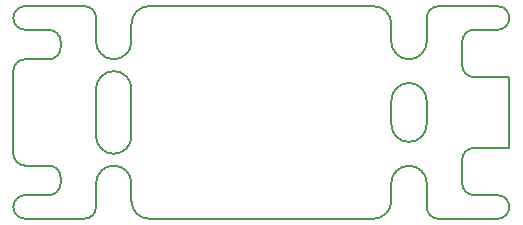
<source format=gbr>
G04 #@! TF.FileFunction,Profile,NP*
%FSLAX46Y46*%
G04 Gerber Fmt 4.6, Leading zero omitted, Abs format (unit mm)*
G04 Created by KiCad (PCBNEW 4.0.6) date 06/18/20 12:05:57*
%MOMM*%
%LPD*%
G01*
G04 APERTURE LIST*
%ADD10C,0.100000*%
%ADD11C,0.150000*%
G04 APERTURE END LIST*
D10*
D11*
X164000000Y-108000000D02*
X164000000Y-109000000D01*
X161000000Y-109000000D02*
X161000000Y-110000000D01*
X164000000Y-97000000D02*
X164000000Y-99000000D01*
X161000000Y-97000000D02*
X161000000Y-95000000D01*
X133000000Y-97000000D02*
X133000000Y-96000000D01*
X127000000Y-96000000D02*
X129000000Y-96000000D01*
X130000000Y-97500000D02*
X130000000Y-97000000D01*
X127000000Y-98500000D02*
X129000000Y-98500000D01*
X126000000Y-106500000D02*
X126000000Y-99500000D01*
X130000000Y-97000000D02*
G75*
G03X129000000Y-96000000I-1000000J0D01*
G01*
X129000000Y-98500000D02*
G75*
G03X130000000Y-97500000I0J1000000D01*
G01*
X127000000Y-98500000D02*
G75*
G03X126000000Y-99500000I0J-1000000D01*
G01*
X130000000Y-109000000D02*
X130000000Y-108500000D01*
X133000000Y-110000000D02*
X133000000Y-109000000D01*
X127000000Y-110000000D02*
X129000000Y-110000000D01*
X127000000Y-107500000D02*
X129000000Y-107500000D01*
X129000000Y-110000000D02*
G75*
G03X130000000Y-109000000I0J1000000D01*
G01*
X130000000Y-108500000D02*
G75*
G03X129000000Y-107500000I-1000000J0D01*
G01*
X126000000Y-106500000D02*
G75*
G03X127000000Y-107500000I1000000J0D01*
G01*
X165000000Y-106000000D02*
X168000000Y-106000000D01*
X165000000Y-100000000D02*
X168000000Y-100000000D01*
X168000000Y-106000000D02*
X168000000Y-100000000D01*
X165000000Y-96000000D02*
X167000000Y-96000000D01*
X165000000Y-96000000D02*
G75*
G03X164000000Y-97000000I0J-1000000D01*
G01*
X164000000Y-99000000D02*
G75*
G03X165000000Y-100000000I1000000J0D01*
G01*
X164000000Y-108000000D02*
X164000000Y-107000000D01*
X167000000Y-110000000D02*
X165000000Y-110000000D01*
X165000000Y-106000000D02*
G75*
G03X164000000Y-107000000I0J-1000000D01*
G01*
X164000000Y-109000000D02*
G75*
G03X165000000Y-110000000I1000000J0D01*
G01*
X161000000Y-111000000D02*
X161000000Y-110000000D01*
X133000000Y-111000000D02*
X133000000Y-110000000D01*
X133000000Y-96000000D02*
X133000000Y-95000000D01*
X162000000Y-112000000D02*
X167000000Y-112000000D01*
X161000000Y-111000000D02*
G75*
G03X162000000Y-112000000I1000000J0D01*
G01*
X167000000Y-112000000D02*
G75*
G03X168000000Y-111000000I0J1000000D01*
G01*
X168000000Y-111000000D02*
G75*
G03X167000000Y-110000000I-1000000J0D01*
G01*
X162000000Y-94000000D02*
X167000000Y-94000000D01*
X162000000Y-94000000D02*
G75*
G03X161000000Y-95000000I0J-1000000D01*
G01*
X167000000Y-96000000D02*
G75*
G03X168000000Y-95000000I0J1000000D01*
G01*
X168000000Y-95000000D02*
G75*
G03X167000000Y-94000000I-1000000J0D01*
G01*
X127000000Y-94000000D02*
X132000000Y-94000000D01*
X133000000Y-95000000D02*
G75*
G03X132000000Y-94000000I-1000000J0D01*
G01*
X127000000Y-94000000D02*
G75*
G03X126000000Y-95000000I0J-1000000D01*
G01*
X126000000Y-95000000D02*
G75*
G03X127000000Y-96000000I1000000J0D01*
G01*
X127000000Y-112000000D02*
X132000000Y-112000000D01*
X132000000Y-112000000D02*
G75*
G03X133000000Y-111000000I0J1000000D01*
G01*
X127000000Y-110000000D02*
G75*
G03X126000000Y-111000000I0J-1000000D01*
G01*
X126000000Y-111000000D02*
G75*
G03X127000000Y-112000000I1000000J0D01*
G01*
X161000000Y-102000000D02*
X161000000Y-104000000D01*
X158000000Y-102000000D02*
X158000000Y-104000000D01*
X158000000Y-97000000D02*
X158000000Y-95500000D01*
X158000000Y-110500000D02*
X158000000Y-109000000D01*
X137500000Y-112000000D02*
X156500000Y-112000000D01*
X137500000Y-94000000D02*
X156500000Y-94000000D01*
X158000000Y-95500000D02*
G75*
G03X156500000Y-94000000I-1500000J0D01*
G01*
X156500000Y-112000000D02*
G75*
G03X158000000Y-110500000I0J1500000D01*
G01*
X161000000Y-102000000D02*
G75*
G03X159500000Y-100500000I-1500000J0D01*
G01*
X159500000Y-98500000D02*
G75*
G03X161000000Y-97000000I0J1500000D01*
G01*
X158000000Y-104000000D02*
G75*
G03X159500000Y-105500000I1500000J0D01*
G01*
X161000000Y-109000000D02*
G75*
G03X159500000Y-107500000I-1500000J0D01*
G01*
X159500000Y-107500000D02*
G75*
G03X158000000Y-109000000I0J-1500000D01*
G01*
X159500000Y-100500000D02*
G75*
G03X158000000Y-102000000I0J-1500000D01*
G01*
X159500000Y-105500000D02*
G75*
G03X161000000Y-104000000I0J1500000D01*
G01*
X158000000Y-97000000D02*
G75*
G03X159500000Y-98500000I1500000J0D01*
G01*
X136000000Y-97000000D02*
X136000000Y-95500000D01*
X136000000Y-110500000D02*
X136000000Y-109000000D01*
X136000000Y-110500000D02*
G75*
G03X137500000Y-112000000I1500000J0D01*
G01*
X137500000Y-94000000D02*
G75*
G03X136000000Y-95500000I0J-1500000D01*
G01*
X136000000Y-101000000D02*
X136000000Y-105000000D01*
X133000000Y-105000000D02*
X133000000Y-101000000D01*
X134500000Y-106500000D02*
G75*
G03X136000000Y-105000000I0J1500000D01*
G01*
X133000000Y-105000000D02*
G75*
G03X134500000Y-106500000I1500000J0D01*
G01*
X134500000Y-98500000D02*
G75*
G03X136000000Y-97000000I0J1500000D01*
G01*
X133000000Y-97000000D02*
G75*
G03X134500000Y-98500000I1500000J0D01*
G01*
X136000000Y-101000000D02*
G75*
G03X134500000Y-99500000I-1500000J0D01*
G01*
X134500000Y-99500000D02*
G75*
G03X133000000Y-101000000I0J-1500000D01*
G01*
X134500000Y-107500000D02*
G75*
G03X133000000Y-109000000I0J-1500000D01*
G01*
X136000000Y-109000000D02*
G75*
G03X134500000Y-107500000I-1500000J0D01*
G01*
M02*

</source>
